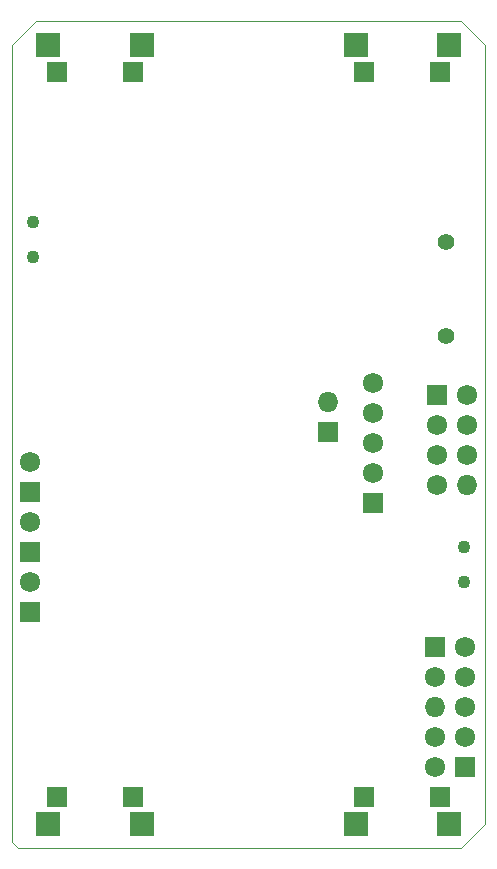
<source format=gbs>
G04 (created by PCBNEW (2013-dec-23)-stable) date Tue 01 Jul 2014 06:11:27 EEST*
%MOIN*%
G04 Gerber Fmt 3.4, Leading zero omitted, Abs format*
%FSLAX34Y34*%
G01*
G70*
G90*
G04 APERTURE LIST*
%ADD10C,0.00590551*%
%ADD11C,0.00393701*%
%ADD12R,0.067874X0.067874*%
%ADD13C,0.067874*%
%ADD14O,0.067874X0.067874*%
%ADD15C,0.0433071*%
%ADD16R,0.0826772X0.0826772*%
%ADD17R,0.0669291X0.0669291*%
%ADD18C,0.0551181*%
G04 APERTURE END LIST*
G54D10*
G54D11*
X7874Y-35236D02*
X8070Y-35433D01*
X23622Y-34645D02*
X22834Y-35433D01*
X22834Y-7874D02*
X23622Y-8661D01*
X8661Y-7874D02*
X7874Y-8661D01*
X22834Y-35433D02*
X8070Y-35433D01*
X8661Y-7874D02*
X22834Y-7874D01*
X7874Y-35236D02*
X7874Y-8661D01*
X23622Y-8661D02*
X23622Y-34645D01*
G54D12*
X19881Y-23948D03*
G54D13*
X19881Y-22948D03*
X19881Y-21948D03*
X19881Y-20948D03*
X19881Y-19948D03*
G54D14*
X23039Y-23350D03*
G54D13*
X22039Y-23350D03*
X23039Y-22350D03*
X22039Y-22350D03*
X23039Y-21350D03*
X22039Y-21350D03*
X23039Y-20350D03*
G54D12*
X22039Y-20350D03*
G54D14*
X21961Y-30738D03*
G54D13*
X22961Y-30738D03*
X21961Y-31738D03*
X22961Y-31738D03*
X21961Y-32738D03*
G54D12*
X22961Y-32738D03*
X21961Y-28738D03*
G54D13*
X22961Y-28738D03*
X21961Y-29738D03*
X22961Y-29738D03*
G54D12*
X8461Y-23588D03*
G54D13*
X8461Y-22588D03*
G54D12*
X8461Y-25588D03*
G54D13*
X8461Y-24588D03*
X8461Y-26588D03*
G54D12*
X8461Y-27588D03*
G54D14*
X18405Y-20562D03*
G54D12*
X18405Y-21562D03*
G54D15*
X22933Y-26574D03*
X22933Y-25393D03*
X8562Y-14566D03*
X8562Y-15748D03*
G54D16*
X9074Y-34645D03*
X12185Y-34645D03*
G54D17*
X11889Y-33730D03*
X9370Y-33730D03*
G54D16*
X19311Y-34645D03*
X22421Y-34645D03*
G54D17*
X22125Y-33730D03*
X19606Y-33730D03*
G54D16*
X22421Y-8661D03*
X19311Y-8661D03*
G54D17*
X19606Y-9576D03*
X22125Y-9576D03*
G54D16*
X12185Y-8661D03*
X9074Y-8661D03*
G54D17*
X9370Y-9576D03*
X11889Y-9576D03*
G54D18*
X22342Y-18385D03*
X22342Y-15236D03*
M02*

</source>
